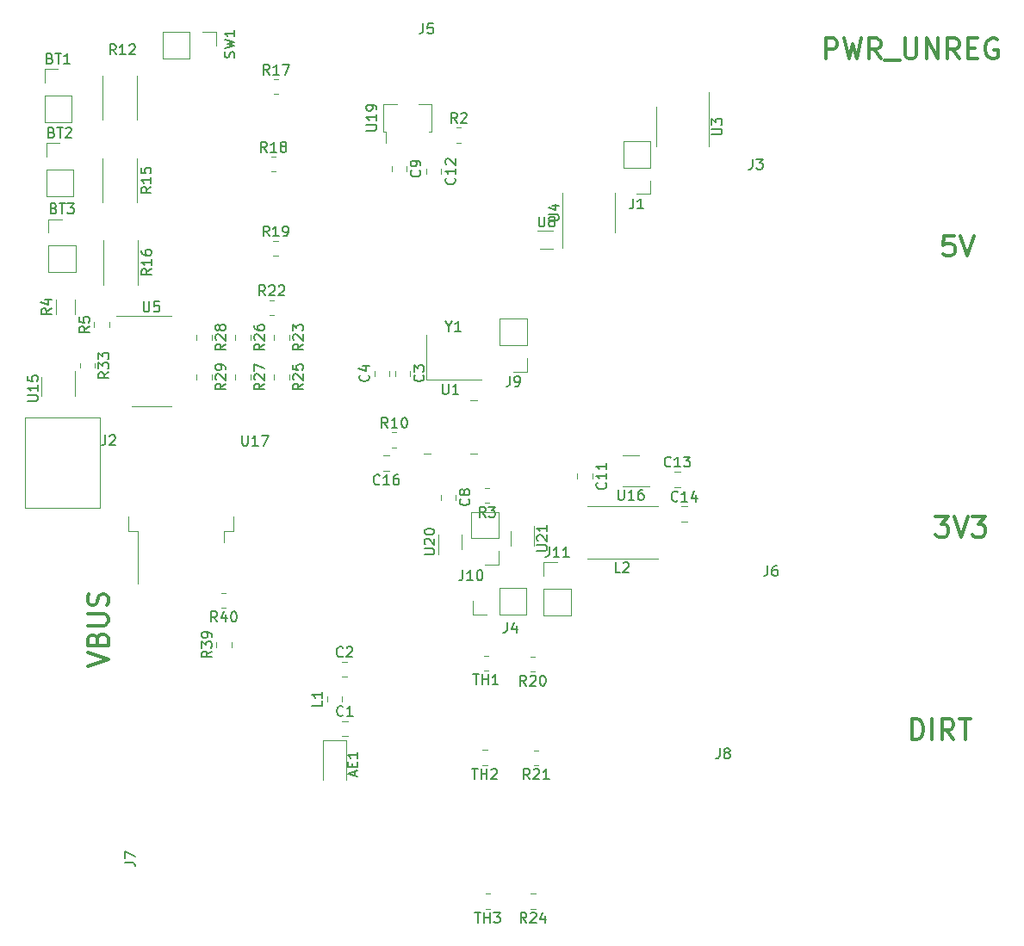
<source format=gbr>
%TF.GenerationSoftware,KiCad,Pcbnew,(6.0.2)*%
%TF.CreationDate,2022-04-25T03:39:25-07:00*%
%TF.ProjectId,schematic,73636865-6d61-4746-9963-2e6b69636164,rev?*%
%TF.SameCoordinates,Original*%
%TF.FileFunction,Legend,Top*%
%TF.FilePolarity,Positive*%
%FSLAX46Y46*%
G04 Gerber Fmt 4.6, Leading zero omitted, Abs format (unit mm)*
G04 Created by KiCad (PCBNEW (6.0.2)) date 2022-04-25 03:39:25*
%MOMM*%
%LPD*%
G01*
G04 APERTURE LIST*
%ADD10C,0.300000*%
%ADD11C,0.150000*%
%ADD12C,0.120000*%
G04 APERTURE END LIST*
D10*
X175492828Y-57089561D02*
X175492828Y-55089561D01*
X176254733Y-55089561D01*
X176445209Y-55184800D01*
X176540447Y-55280038D01*
X176635685Y-55470514D01*
X176635685Y-55756228D01*
X176540447Y-55946704D01*
X176445209Y-56041942D01*
X176254733Y-56137180D01*
X175492828Y-56137180D01*
X177302352Y-55089561D02*
X177778542Y-57089561D01*
X178159495Y-55660990D01*
X178540447Y-57089561D01*
X179016638Y-55089561D01*
X180921400Y-57089561D02*
X180254733Y-56137180D01*
X179778542Y-57089561D02*
X179778542Y-55089561D01*
X180540447Y-55089561D01*
X180730923Y-55184800D01*
X180826161Y-55280038D01*
X180921400Y-55470514D01*
X180921400Y-55756228D01*
X180826161Y-55946704D01*
X180730923Y-56041942D01*
X180540447Y-56137180D01*
X179778542Y-56137180D01*
X181302352Y-57280038D02*
X182826161Y-57280038D01*
X183302352Y-55089561D02*
X183302352Y-56708609D01*
X183397590Y-56899085D01*
X183492828Y-56994323D01*
X183683304Y-57089561D01*
X184064257Y-57089561D01*
X184254733Y-56994323D01*
X184349971Y-56899085D01*
X184445209Y-56708609D01*
X184445209Y-55089561D01*
X185397590Y-57089561D02*
X185397590Y-55089561D01*
X186540447Y-57089561D01*
X186540447Y-55089561D01*
X188635685Y-57089561D02*
X187969019Y-56137180D01*
X187492828Y-57089561D02*
X187492828Y-55089561D01*
X188254733Y-55089561D01*
X188445209Y-55184800D01*
X188540447Y-55280038D01*
X188635685Y-55470514D01*
X188635685Y-55756228D01*
X188540447Y-55946704D01*
X188445209Y-56041942D01*
X188254733Y-56137180D01*
X187492828Y-56137180D01*
X189492828Y-56041942D02*
X190159495Y-56041942D01*
X190445209Y-57089561D02*
X189492828Y-57089561D01*
X189492828Y-55089561D01*
X190445209Y-55089561D01*
X192349971Y-55184800D02*
X192159495Y-55089561D01*
X191873780Y-55089561D01*
X191588066Y-55184800D01*
X191397590Y-55375276D01*
X191302352Y-55565752D01*
X191207114Y-55946704D01*
X191207114Y-56232419D01*
X191302352Y-56613371D01*
X191397590Y-56803847D01*
X191588066Y-56994323D01*
X191873780Y-57089561D01*
X192064257Y-57089561D01*
X192349971Y-56994323D01*
X192445209Y-56899085D01*
X192445209Y-56232419D01*
X192064257Y-56232419D01*
X102968561Y-116848066D02*
X104968561Y-116181400D01*
X102968561Y-115514733D01*
X103920942Y-114181400D02*
X104016180Y-113895685D01*
X104111419Y-113800447D01*
X104301895Y-113705209D01*
X104587609Y-113705209D01*
X104778085Y-113800447D01*
X104873323Y-113895685D01*
X104968561Y-114086161D01*
X104968561Y-114848066D01*
X102968561Y-114848066D01*
X102968561Y-114181400D01*
X103063800Y-113990923D01*
X103159038Y-113895685D01*
X103349514Y-113800447D01*
X103539990Y-113800447D01*
X103730466Y-113895685D01*
X103825704Y-113990923D01*
X103920942Y-114181400D01*
X103920942Y-114848066D01*
X102968561Y-112848066D02*
X104587609Y-112848066D01*
X104778085Y-112752828D01*
X104873323Y-112657590D01*
X104968561Y-112467114D01*
X104968561Y-112086161D01*
X104873323Y-111895685D01*
X104778085Y-111800447D01*
X104587609Y-111705209D01*
X102968561Y-111705209D01*
X104873323Y-110848066D02*
X104968561Y-110562352D01*
X104968561Y-110086161D01*
X104873323Y-109895685D01*
X104778085Y-109800447D01*
X104587609Y-109705209D01*
X104397133Y-109705209D01*
X104206657Y-109800447D01*
X104111419Y-109895685D01*
X104016180Y-110086161D01*
X103920942Y-110467114D01*
X103825704Y-110657590D01*
X103730466Y-110752828D01*
X103539990Y-110848066D01*
X103349514Y-110848066D01*
X103159038Y-110752828D01*
X103063800Y-110657590D01*
X102968561Y-110467114D01*
X102968561Y-109990923D01*
X103063800Y-109705209D01*
X186322009Y-102130361D02*
X187560104Y-102130361D01*
X186893438Y-102892266D01*
X187179152Y-102892266D01*
X187369628Y-102987504D01*
X187464866Y-103082742D01*
X187560104Y-103273219D01*
X187560104Y-103749409D01*
X187464866Y-103939885D01*
X187369628Y-104035123D01*
X187179152Y-104130361D01*
X186607723Y-104130361D01*
X186417247Y-104035123D01*
X186322009Y-103939885D01*
X188131533Y-102130361D02*
X188798200Y-104130361D01*
X189464866Y-102130361D01*
X189941057Y-102130361D02*
X191179152Y-102130361D01*
X190512485Y-102892266D01*
X190798200Y-102892266D01*
X190988676Y-102987504D01*
X191083914Y-103082742D01*
X191179152Y-103273219D01*
X191179152Y-103749409D01*
X191083914Y-103939885D01*
X190988676Y-104035123D01*
X190798200Y-104130361D01*
X190226771Y-104130361D01*
X190036295Y-104035123D01*
X189941057Y-103939885D01*
X188112447Y-74495161D02*
X187160066Y-74495161D01*
X187064828Y-75447542D01*
X187160066Y-75352304D01*
X187350542Y-75257066D01*
X187826733Y-75257066D01*
X188017209Y-75352304D01*
X188112447Y-75447542D01*
X188207685Y-75638019D01*
X188207685Y-76114209D01*
X188112447Y-76304685D01*
X188017209Y-76399923D01*
X187826733Y-76495161D01*
X187350542Y-76495161D01*
X187160066Y-76399923D01*
X187064828Y-76304685D01*
X188779114Y-74495161D02*
X189445780Y-76495161D01*
X190112447Y-74495161D01*
X183978895Y-124043961D02*
X183978895Y-122043961D01*
X184455085Y-122043961D01*
X184740800Y-122139200D01*
X184931276Y-122329676D01*
X185026514Y-122520152D01*
X185121752Y-122901104D01*
X185121752Y-123186819D01*
X185026514Y-123567771D01*
X184931276Y-123758247D01*
X184740800Y-123948723D01*
X184455085Y-124043961D01*
X183978895Y-124043961D01*
X185978895Y-124043961D02*
X185978895Y-122043961D01*
X188074133Y-124043961D02*
X187407466Y-123091580D01*
X186931276Y-124043961D02*
X186931276Y-122043961D01*
X187693180Y-122043961D01*
X187883657Y-122139200D01*
X187978895Y-122234438D01*
X188074133Y-122424914D01*
X188074133Y-122710628D01*
X187978895Y-122901104D01*
X187883657Y-122996342D01*
X187693180Y-123091580D01*
X186931276Y-123091580D01*
X188645561Y-122043961D02*
X189788419Y-122043961D01*
X189216990Y-124043961D02*
X189216990Y-122043961D01*
D11*
%TO.C,J11*%
X148313876Y-105097780D02*
X148313876Y-105812066D01*
X148266257Y-105954923D01*
X148171019Y-106050161D01*
X148028161Y-106097780D01*
X147932923Y-106097780D01*
X149313876Y-106097780D02*
X148742447Y-106097780D01*
X149028161Y-106097780D02*
X149028161Y-105097780D01*
X148932923Y-105240638D01*
X148837685Y-105335876D01*
X148742447Y-105383495D01*
X150266257Y-106097780D02*
X149694828Y-106097780D01*
X149980542Y-106097780D02*
X149980542Y-105097780D01*
X149885304Y-105240638D01*
X149790066Y-105335876D01*
X149694828Y-105383495D01*
%TO.C,J10*%
X139830276Y-107402380D02*
X139830276Y-108116666D01*
X139782657Y-108259523D01*
X139687419Y-108354761D01*
X139544561Y-108402380D01*
X139449323Y-108402380D01*
X140830276Y-108402380D02*
X140258847Y-108402380D01*
X140544561Y-108402380D02*
X140544561Y-107402380D01*
X140449323Y-107545238D01*
X140354085Y-107640476D01*
X140258847Y-107688095D01*
X141449323Y-107402380D02*
X141544561Y-107402380D01*
X141639800Y-107450000D01*
X141687419Y-107497619D01*
X141735038Y-107592857D01*
X141782657Y-107783333D01*
X141782657Y-108021428D01*
X141735038Y-108211904D01*
X141687419Y-108307142D01*
X141639800Y-108354761D01*
X141544561Y-108402380D01*
X141449323Y-108402380D01*
X141354085Y-108354761D01*
X141306466Y-108307142D01*
X141258847Y-108211904D01*
X141211228Y-108021428D01*
X141211228Y-107783333D01*
X141258847Y-107592857D01*
X141306466Y-107497619D01*
X141354085Y-107450000D01*
X141449323Y-107402380D01*
%TO.C,J9*%
X144472066Y-88325180D02*
X144472066Y-89039466D01*
X144424447Y-89182323D01*
X144329209Y-89277561D01*
X144186352Y-89325180D01*
X144091114Y-89325180D01*
X144995876Y-89325180D02*
X145186352Y-89325180D01*
X145281590Y-89277561D01*
X145329209Y-89229942D01*
X145424447Y-89087085D01*
X145472066Y-88896609D01*
X145472066Y-88515657D01*
X145424447Y-88420419D01*
X145376828Y-88372800D01*
X145281590Y-88325180D01*
X145091114Y-88325180D01*
X144995876Y-88372800D01*
X144948257Y-88420419D01*
X144900638Y-88515657D01*
X144900638Y-88753752D01*
X144948257Y-88848990D01*
X144995876Y-88896609D01*
X145091114Y-88944228D01*
X145281590Y-88944228D01*
X145376828Y-88896609D01*
X145424447Y-88848990D01*
X145472066Y-88753752D01*
%TO.C,J4*%
X144192666Y-112558580D02*
X144192666Y-113272866D01*
X144145047Y-113415723D01*
X144049809Y-113510961D01*
X143906952Y-113558580D01*
X143811714Y-113558580D01*
X145097428Y-112891914D02*
X145097428Y-113558580D01*
X144859333Y-112510961D02*
X144621238Y-113225247D01*
X145240285Y-113225247D01*
%TO.C,AE1*%
X129219866Y-127635466D02*
X129219866Y-127159276D01*
X129505580Y-127730704D02*
X128505580Y-127397371D01*
X129505580Y-127064038D01*
X128981771Y-126730704D02*
X128981771Y-126397371D01*
X129505580Y-126254514D02*
X129505580Y-126730704D01*
X128505580Y-126730704D01*
X128505580Y-126254514D01*
X129505580Y-125302133D02*
X129505580Y-125873561D01*
X129505580Y-125587847D02*
X128505580Y-125587847D01*
X128648438Y-125683085D01*
X128743676Y-125778323D01*
X128791295Y-125873561D01*
%TO.C,C1*%
X128074033Y-121663942D02*
X128026414Y-121711561D01*
X127883557Y-121759180D01*
X127788319Y-121759180D01*
X127645461Y-121711561D01*
X127550223Y-121616323D01*
X127502604Y-121521085D01*
X127454985Y-121330609D01*
X127454985Y-121187752D01*
X127502604Y-120997276D01*
X127550223Y-120902038D01*
X127645461Y-120806800D01*
X127788319Y-120759180D01*
X127883557Y-120759180D01*
X128026414Y-120806800D01*
X128074033Y-120854419D01*
X129026414Y-121759180D02*
X128454985Y-121759180D01*
X128740700Y-121759180D02*
X128740700Y-120759180D01*
X128645461Y-120902038D01*
X128550223Y-120997276D01*
X128454985Y-121044895D01*
%TO.C,C2*%
X128048633Y-115847342D02*
X128001014Y-115894961D01*
X127858157Y-115942580D01*
X127762919Y-115942580D01*
X127620061Y-115894961D01*
X127524823Y-115799723D01*
X127477204Y-115704485D01*
X127429585Y-115514009D01*
X127429585Y-115371152D01*
X127477204Y-115180676D01*
X127524823Y-115085438D01*
X127620061Y-114990200D01*
X127762919Y-114942580D01*
X127858157Y-114942580D01*
X128001014Y-114990200D01*
X128048633Y-115037819D01*
X128429585Y-115037819D02*
X128477204Y-114990200D01*
X128572442Y-114942580D01*
X128810538Y-114942580D01*
X128905776Y-114990200D01*
X128953395Y-115037819D01*
X129001014Y-115133057D01*
X129001014Y-115228295D01*
X128953395Y-115371152D01*
X128381966Y-115942580D01*
X129001014Y-115942580D01*
%TO.C,L1*%
X126005580Y-120241466D02*
X126005580Y-120717657D01*
X125005580Y-120717657D01*
X126005580Y-119384323D02*
X126005580Y-119955752D01*
X126005580Y-119670038D02*
X125005580Y-119670038D01*
X125148438Y-119765276D01*
X125243676Y-119860514D01*
X125291295Y-119955752D01*
%TO.C,U21*%
X147121380Y-105505095D02*
X147930904Y-105505095D01*
X148026142Y-105457476D01*
X148073761Y-105409857D01*
X148121380Y-105314619D01*
X148121380Y-105124142D01*
X148073761Y-105028904D01*
X148026142Y-104981285D01*
X147930904Y-104933666D01*
X147121380Y-104933666D01*
X147216619Y-104505095D02*
X147169000Y-104457476D01*
X147121380Y-104362238D01*
X147121380Y-104124142D01*
X147169000Y-104028904D01*
X147216619Y-103981285D01*
X147311857Y-103933666D01*
X147407095Y-103933666D01*
X147549952Y-103981285D01*
X148121380Y-104552714D01*
X148121380Y-103933666D01*
X148121380Y-102981285D02*
X148121380Y-103552714D01*
X148121380Y-103267000D02*
X147121380Y-103267000D01*
X147264238Y-103362238D01*
X147359476Y-103457476D01*
X147407095Y-103552714D01*
%TO.C,U20*%
X136034780Y-105860695D02*
X136844304Y-105860695D01*
X136939542Y-105813076D01*
X136987161Y-105765457D01*
X137034780Y-105670219D01*
X137034780Y-105479742D01*
X136987161Y-105384504D01*
X136939542Y-105336885D01*
X136844304Y-105289266D01*
X136034780Y-105289266D01*
X136130019Y-104860695D02*
X136082400Y-104813076D01*
X136034780Y-104717838D01*
X136034780Y-104479742D01*
X136082400Y-104384504D01*
X136130019Y-104336885D01*
X136225257Y-104289266D01*
X136320495Y-104289266D01*
X136463352Y-104336885D01*
X137034780Y-104908314D01*
X137034780Y-104289266D01*
X136034780Y-103670219D02*
X136034780Y-103574980D01*
X136082400Y-103479742D01*
X136130019Y-103432123D01*
X136225257Y-103384504D01*
X136415733Y-103336885D01*
X136653828Y-103336885D01*
X136844304Y-103384504D01*
X136939542Y-103432123D01*
X136987161Y-103479742D01*
X137034780Y-103574980D01*
X137034780Y-103670219D01*
X136987161Y-103765457D01*
X136939542Y-103813076D01*
X136844304Y-103860695D01*
X136653828Y-103908314D01*
X136415733Y-103908314D01*
X136225257Y-103860695D01*
X136130019Y-103813076D01*
X136082400Y-103765457D01*
X136034780Y-103670219D01*
%TO.C,R10*%
X132453142Y-93391980D02*
X132119809Y-92915790D01*
X131881714Y-93391980D02*
X131881714Y-92391980D01*
X132262666Y-92391980D01*
X132357904Y-92439600D01*
X132405523Y-92487219D01*
X132453142Y-92582457D01*
X132453142Y-92725314D01*
X132405523Y-92820552D01*
X132357904Y-92868171D01*
X132262666Y-92915790D01*
X131881714Y-92915790D01*
X133405523Y-93391980D02*
X132834095Y-93391980D01*
X133119809Y-93391980D02*
X133119809Y-92391980D01*
X133024571Y-92534838D01*
X132929333Y-92630076D01*
X132834095Y-92677695D01*
X134024571Y-92391980D02*
X134119809Y-92391980D01*
X134215047Y-92439600D01*
X134262666Y-92487219D01*
X134310285Y-92582457D01*
X134357904Y-92772933D01*
X134357904Y-93011028D01*
X134310285Y-93201504D01*
X134262666Y-93296742D01*
X134215047Y-93344361D01*
X134119809Y-93391980D01*
X134024571Y-93391980D01*
X133929333Y-93344361D01*
X133881714Y-93296742D01*
X133834095Y-93201504D01*
X133786476Y-93011028D01*
X133786476Y-92772933D01*
X133834095Y-92582457D01*
X133881714Y-92487219D01*
X133929333Y-92439600D01*
X134024571Y-92391980D01*
%TO.C,C16*%
X131669642Y-98912742D02*
X131622023Y-98960361D01*
X131479166Y-99007980D01*
X131383928Y-99007980D01*
X131241071Y-98960361D01*
X131145833Y-98865123D01*
X131098214Y-98769885D01*
X131050595Y-98579409D01*
X131050595Y-98436552D01*
X131098214Y-98246076D01*
X131145833Y-98150838D01*
X131241071Y-98055600D01*
X131383928Y-98007980D01*
X131479166Y-98007980D01*
X131622023Y-98055600D01*
X131669642Y-98103219D01*
X132622023Y-99007980D02*
X132050595Y-99007980D01*
X132336309Y-99007980D02*
X132336309Y-98007980D01*
X132241071Y-98150838D01*
X132145833Y-98246076D01*
X132050595Y-98293695D01*
X133479166Y-98007980D02*
X133288690Y-98007980D01*
X133193452Y-98055600D01*
X133145833Y-98103219D01*
X133050595Y-98246076D01*
X133002976Y-98436552D01*
X133002976Y-98817504D01*
X133050595Y-98912742D01*
X133098214Y-98960361D01*
X133193452Y-99007980D01*
X133383928Y-99007980D01*
X133479166Y-98960361D01*
X133526785Y-98912742D01*
X133574404Y-98817504D01*
X133574404Y-98579409D01*
X133526785Y-98484171D01*
X133479166Y-98436552D01*
X133383928Y-98388933D01*
X133193452Y-98388933D01*
X133098214Y-98436552D01*
X133050595Y-98484171D01*
X133002976Y-98579409D01*
%TO.C,U3*%
X164294780Y-64566704D02*
X165104304Y-64566704D01*
X165199542Y-64519085D01*
X165247161Y-64471466D01*
X165294780Y-64376228D01*
X165294780Y-64185752D01*
X165247161Y-64090514D01*
X165199542Y-64042895D01*
X165104304Y-63995276D01*
X164294780Y-63995276D01*
X164294780Y-63614323D02*
X164294780Y-62995276D01*
X164675733Y-63328609D01*
X164675733Y-63185752D01*
X164723352Y-63090514D01*
X164770971Y-63042895D01*
X164866209Y-62995276D01*
X165104304Y-62995276D01*
X165199542Y-63042895D01*
X165247161Y-63090514D01*
X165294780Y-63185752D01*
X165294780Y-63471466D01*
X165247161Y-63566704D01*
X165199542Y-63614323D01*
%TO.C,R2*%
X139263333Y-63419980D02*
X138930000Y-62943790D01*
X138691904Y-63419980D02*
X138691904Y-62419980D01*
X139072857Y-62419980D01*
X139168095Y-62467600D01*
X139215714Y-62515219D01*
X139263333Y-62610457D01*
X139263333Y-62753314D01*
X139215714Y-62848552D01*
X139168095Y-62896171D01*
X139072857Y-62943790D01*
X138691904Y-62943790D01*
X139644285Y-62515219D02*
X139691904Y-62467600D01*
X139787142Y-62419980D01*
X140025238Y-62419980D01*
X140120476Y-62467600D01*
X140168095Y-62515219D01*
X140215714Y-62610457D01*
X140215714Y-62705695D01*
X140168095Y-62848552D01*
X139596666Y-63419980D01*
X140215714Y-63419980D01*
%TO.C,U16*%
X155109504Y-99489980D02*
X155109504Y-100299504D01*
X155157123Y-100394742D01*
X155204742Y-100442361D01*
X155299980Y-100489980D01*
X155490457Y-100489980D01*
X155585695Y-100442361D01*
X155633314Y-100394742D01*
X155680933Y-100299504D01*
X155680933Y-99489980D01*
X156680933Y-100489980D02*
X156109504Y-100489980D01*
X156395219Y-100489980D02*
X156395219Y-99489980D01*
X156299980Y-99632838D01*
X156204742Y-99728076D01*
X156109504Y-99775695D01*
X157538076Y-99489980D02*
X157347600Y-99489980D01*
X157252361Y-99537600D01*
X157204742Y-99585219D01*
X157109504Y-99728076D01*
X157061885Y-99918552D01*
X157061885Y-100299504D01*
X157109504Y-100394742D01*
X157157123Y-100442361D01*
X157252361Y-100489980D01*
X157442838Y-100489980D01*
X157538076Y-100442361D01*
X157585695Y-100394742D01*
X157633314Y-100299504D01*
X157633314Y-100061409D01*
X157585695Y-99966171D01*
X157538076Y-99918552D01*
X157442838Y-99870933D01*
X157252361Y-99870933D01*
X157157123Y-99918552D01*
X157109504Y-99966171D01*
X157061885Y-100061409D01*
%TO.C,U19*%
X130343780Y-64158695D02*
X131153304Y-64158695D01*
X131248542Y-64111076D01*
X131296161Y-64063457D01*
X131343780Y-63968219D01*
X131343780Y-63777742D01*
X131296161Y-63682504D01*
X131248542Y-63634885D01*
X131153304Y-63587266D01*
X130343780Y-63587266D01*
X131343780Y-62587266D02*
X131343780Y-63158695D01*
X131343780Y-62872980D02*
X130343780Y-62872980D01*
X130486638Y-62968219D01*
X130581876Y-63063457D01*
X130629495Y-63158695D01*
X131343780Y-62111076D02*
X131343780Y-61920600D01*
X131296161Y-61825361D01*
X131248542Y-61777742D01*
X131105685Y-61682504D01*
X130915209Y-61634885D01*
X130534257Y-61634885D01*
X130439019Y-61682504D01*
X130391400Y-61730123D01*
X130343780Y-61825361D01*
X130343780Y-62015838D01*
X130391400Y-62111076D01*
X130439019Y-62158695D01*
X130534257Y-62206314D01*
X130772352Y-62206314D01*
X130867590Y-62158695D01*
X130915209Y-62111076D01*
X130962828Y-62015838D01*
X130962828Y-61825361D01*
X130915209Y-61730123D01*
X130867590Y-61682504D01*
X130772352Y-61634885D01*
%TO.C,C13*%
X160276742Y-97152942D02*
X160229123Y-97200561D01*
X160086266Y-97248180D01*
X159991028Y-97248180D01*
X159848171Y-97200561D01*
X159752933Y-97105323D01*
X159705314Y-97010085D01*
X159657695Y-96819609D01*
X159657695Y-96676752D01*
X159705314Y-96486276D01*
X159752933Y-96391038D01*
X159848171Y-96295800D01*
X159991028Y-96248180D01*
X160086266Y-96248180D01*
X160229123Y-96295800D01*
X160276742Y-96343419D01*
X161229123Y-97248180D02*
X160657695Y-97248180D01*
X160943409Y-97248180D02*
X160943409Y-96248180D01*
X160848171Y-96391038D01*
X160752933Y-96486276D01*
X160657695Y-96533895D01*
X161562457Y-96248180D02*
X162181504Y-96248180D01*
X161848171Y-96629133D01*
X161991028Y-96629133D01*
X162086266Y-96676752D01*
X162133885Y-96724371D01*
X162181504Y-96819609D01*
X162181504Y-97057704D01*
X162133885Y-97152942D01*
X162086266Y-97200561D01*
X161991028Y-97248180D01*
X161705314Y-97248180D01*
X161610076Y-97200561D01*
X161562457Y-97152942D01*
%TO.C,C12*%
X139019342Y-68837957D02*
X139066961Y-68885576D01*
X139114580Y-69028433D01*
X139114580Y-69123671D01*
X139066961Y-69266528D01*
X138971723Y-69361766D01*
X138876485Y-69409385D01*
X138686009Y-69457004D01*
X138543152Y-69457004D01*
X138352676Y-69409385D01*
X138257438Y-69361766D01*
X138162200Y-69266528D01*
X138114580Y-69123671D01*
X138114580Y-69028433D01*
X138162200Y-68885576D01*
X138209819Y-68837957D01*
X139114580Y-67885576D02*
X139114580Y-68457004D01*
X139114580Y-68171290D02*
X138114580Y-68171290D01*
X138257438Y-68266528D01*
X138352676Y-68361766D01*
X138400295Y-68457004D01*
X138209819Y-67504623D02*
X138162200Y-67457004D01*
X138114580Y-67361766D01*
X138114580Y-67123671D01*
X138162200Y-67028433D01*
X138209819Y-66980814D01*
X138305057Y-66933195D01*
X138400295Y-66933195D01*
X138543152Y-66980814D01*
X139114580Y-67552242D01*
X139114580Y-66933195D01*
%TO.C,R39*%
X115159780Y-115374657D02*
X114683590Y-115707990D01*
X115159780Y-115946085D02*
X114159780Y-115946085D01*
X114159780Y-115565133D01*
X114207400Y-115469895D01*
X114255019Y-115422276D01*
X114350257Y-115374657D01*
X114493114Y-115374657D01*
X114588352Y-115422276D01*
X114635971Y-115469895D01*
X114683590Y-115565133D01*
X114683590Y-115946085D01*
X114159780Y-115041323D02*
X114159780Y-114422276D01*
X114540733Y-114755609D01*
X114540733Y-114612752D01*
X114588352Y-114517514D01*
X114635971Y-114469895D01*
X114731209Y-114422276D01*
X114969304Y-114422276D01*
X115064542Y-114469895D01*
X115112161Y-114517514D01*
X115159780Y-114612752D01*
X115159780Y-114898466D01*
X115112161Y-114993704D01*
X115064542Y-115041323D01*
X115159780Y-113946085D02*
X115159780Y-113755609D01*
X115112161Y-113660371D01*
X115064542Y-113612752D01*
X114921685Y-113517514D01*
X114731209Y-113469895D01*
X114350257Y-113469895D01*
X114255019Y-113517514D01*
X114207400Y-113565133D01*
X114159780Y-113660371D01*
X114159780Y-113850847D01*
X114207400Y-113946085D01*
X114255019Y-113993704D01*
X114350257Y-114041323D01*
X114588352Y-114041323D01*
X114683590Y-113993704D01*
X114731209Y-113946085D01*
X114778828Y-113850847D01*
X114778828Y-113660371D01*
X114731209Y-113565133D01*
X114683590Y-113517514D01*
X114588352Y-113469895D01*
%TO.C,R26*%
X120307580Y-85155857D02*
X119831390Y-85489190D01*
X120307580Y-85727285D02*
X119307580Y-85727285D01*
X119307580Y-85346333D01*
X119355200Y-85251095D01*
X119402819Y-85203476D01*
X119498057Y-85155857D01*
X119640914Y-85155857D01*
X119736152Y-85203476D01*
X119783771Y-85251095D01*
X119831390Y-85346333D01*
X119831390Y-85727285D01*
X119402819Y-84774904D02*
X119355200Y-84727285D01*
X119307580Y-84632047D01*
X119307580Y-84393952D01*
X119355200Y-84298714D01*
X119402819Y-84251095D01*
X119498057Y-84203476D01*
X119593295Y-84203476D01*
X119736152Y-84251095D01*
X120307580Y-84822523D01*
X120307580Y-84203476D01*
X119307580Y-83346333D02*
X119307580Y-83536809D01*
X119355200Y-83632047D01*
X119402819Y-83679666D01*
X119545676Y-83774904D01*
X119736152Y-83822523D01*
X120117104Y-83822523D01*
X120212342Y-83774904D01*
X120259961Y-83727285D01*
X120307580Y-83632047D01*
X120307580Y-83441571D01*
X120259961Y-83346333D01*
X120212342Y-83298714D01*
X120117104Y-83251095D01*
X119879009Y-83251095D01*
X119783771Y-83298714D01*
X119736152Y-83346333D01*
X119688533Y-83441571D01*
X119688533Y-83632047D01*
X119736152Y-83727285D01*
X119783771Y-83774904D01*
X119879009Y-83822523D01*
%TO.C,L2*%
X155317333Y-107640380D02*
X154841142Y-107640380D01*
X154841142Y-106640380D01*
X155603047Y-106735619D02*
X155650666Y-106688000D01*
X155745904Y-106640380D01*
X155984000Y-106640380D01*
X156079238Y-106688000D01*
X156126857Y-106735619D01*
X156174476Y-106830857D01*
X156174476Y-106926095D01*
X156126857Y-107068952D01*
X155555428Y-107640380D01*
X156174476Y-107640380D01*
%TO.C,U15*%
X97064580Y-90773095D02*
X97874104Y-90773095D01*
X97969342Y-90725476D01*
X98016961Y-90677857D01*
X98064580Y-90582619D01*
X98064580Y-90392142D01*
X98016961Y-90296904D01*
X97969342Y-90249285D01*
X97874104Y-90201666D01*
X97064580Y-90201666D01*
X98064580Y-89201666D02*
X98064580Y-89773095D01*
X98064580Y-89487380D02*
X97064580Y-89487380D01*
X97207438Y-89582619D01*
X97302676Y-89677857D01*
X97350295Y-89773095D01*
X97064580Y-88296904D02*
X97064580Y-88773095D01*
X97540771Y-88820714D01*
X97493152Y-88773095D01*
X97445533Y-88677857D01*
X97445533Y-88439761D01*
X97493152Y-88344523D01*
X97540771Y-88296904D01*
X97636009Y-88249285D01*
X97874104Y-88249285D01*
X97969342Y-88296904D01*
X98016961Y-88344523D01*
X98064580Y-88439761D01*
X98064580Y-88677857D01*
X98016961Y-88773095D01*
X97969342Y-88820714D01*
%TO.C,R3*%
X142047933Y-102178380D02*
X141714600Y-101702190D01*
X141476504Y-102178380D02*
X141476504Y-101178380D01*
X141857457Y-101178380D01*
X141952695Y-101226000D01*
X142000314Y-101273619D01*
X142047933Y-101368857D01*
X142047933Y-101511714D01*
X142000314Y-101606952D01*
X141952695Y-101654571D01*
X141857457Y-101702190D01*
X141476504Y-101702190D01*
X142381266Y-101178380D02*
X143000314Y-101178380D01*
X142666980Y-101559333D01*
X142809838Y-101559333D01*
X142905076Y-101606952D01*
X142952695Y-101654571D01*
X143000314Y-101749809D01*
X143000314Y-101987904D01*
X142952695Y-102083142D01*
X142905076Y-102130761D01*
X142809838Y-102178380D01*
X142524123Y-102178380D01*
X142428885Y-102130761D01*
X142381266Y-102083142D01*
%TO.C,C3*%
X135934342Y-88203766D02*
X135981961Y-88251385D01*
X136029580Y-88394242D01*
X136029580Y-88489480D01*
X135981961Y-88632338D01*
X135886723Y-88727576D01*
X135791485Y-88775195D01*
X135601009Y-88822814D01*
X135458152Y-88822814D01*
X135267676Y-88775195D01*
X135172438Y-88727576D01*
X135077200Y-88632338D01*
X135029580Y-88489480D01*
X135029580Y-88394242D01*
X135077200Y-88251385D01*
X135124819Y-88203766D01*
X135029580Y-87870433D02*
X135029580Y-87251385D01*
X135410533Y-87584719D01*
X135410533Y-87441861D01*
X135458152Y-87346623D01*
X135505771Y-87299004D01*
X135601009Y-87251385D01*
X135839104Y-87251385D01*
X135934342Y-87299004D01*
X135981961Y-87346623D01*
X136029580Y-87441861D01*
X136029580Y-87727576D01*
X135981961Y-87822814D01*
X135934342Y-87870433D01*
%TO.C,R25*%
X124117580Y-89060857D02*
X123641390Y-89394190D01*
X124117580Y-89632285D02*
X123117580Y-89632285D01*
X123117580Y-89251333D01*
X123165200Y-89156095D01*
X123212819Y-89108476D01*
X123308057Y-89060857D01*
X123450914Y-89060857D01*
X123546152Y-89108476D01*
X123593771Y-89156095D01*
X123641390Y-89251333D01*
X123641390Y-89632285D01*
X123212819Y-88679904D02*
X123165200Y-88632285D01*
X123117580Y-88537047D01*
X123117580Y-88298952D01*
X123165200Y-88203714D01*
X123212819Y-88156095D01*
X123308057Y-88108476D01*
X123403295Y-88108476D01*
X123546152Y-88156095D01*
X124117580Y-88727523D01*
X124117580Y-88108476D01*
X123117580Y-87203714D02*
X123117580Y-87679904D01*
X123593771Y-87727523D01*
X123546152Y-87679904D01*
X123498533Y-87584666D01*
X123498533Y-87346571D01*
X123546152Y-87251333D01*
X123593771Y-87203714D01*
X123689009Y-87156095D01*
X123927104Y-87156095D01*
X124022342Y-87203714D01*
X124069961Y-87251333D01*
X124117580Y-87346571D01*
X124117580Y-87584666D01*
X124069961Y-87679904D01*
X124022342Y-87727523D01*
%TO.C,J3*%
X168322666Y-66965580D02*
X168322666Y-67679866D01*
X168275047Y-67822723D01*
X168179809Y-67917961D01*
X168036952Y-67965580D01*
X167941714Y-67965580D01*
X168703619Y-66965580D02*
X169322666Y-66965580D01*
X168989333Y-67346533D01*
X169132190Y-67346533D01*
X169227428Y-67394152D01*
X169275047Y-67441771D01*
X169322666Y-67537009D01*
X169322666Y-67775104D01*
X169275047Y-67870342D01*
X169227428Y-67917961D01*
X169132190Y-67965580D01*
X168846476Y-67965580D01*
X168751238Y-67917961D01*
X168703619Y-67870342D01*
%TO.C,SW1*%
X117358561Y-56990133D02*
X117406180Y-56847276D01*
X117406180Y-56609180D01*
X117358561Y-56513942D01*
X117310942Y-56466323D01*
X117215704Y-56418704D01*
X117120466Y-56418704D01*
X117025228Y-56466323D01*
X116977609Y-56513942D01*
X116929990Y-56609180D01*
X116882371Y-56799657D01*
X116834752Y-56894895D01*
X116787133Y-56942514D01*
X116691895Y-56990133D01*
X116596657Y-56990133D01*
X116501419Y-56942514D01*
X116453800Y-56894895D01*
X116406180Y-56799657D01*
X116406180Y-56561561D01*
X116453800Y-56418704D01*
X116406180Y-56085371D02*
X117406180Y-55847276D01*
X116691895Y-55656800D01*
X117406180Y-55466323D01*
X116406180Y-55228228D01*
X117406180Y-54323466D02*
X117406180Y-54894895D01*
X117406180Y-54609180D02*
X116406180Y-54609180D01*
X116549038Y-54704419D01*
X116644276Y-54799657D01*
X116691895Y-54894895D01*
%TO.C,R17*%
X120822942Y-58661380D02*
X120489609Y-58185190D01*
X120251514Y-58661380D02*
X120251514Y-57661380D01*
X120632466Y-57661380D01*
X120727704Y-57709000D01*
X120775323Y-57756619D01*
X120822942Y-57851857D01*
X120822942Y-57994714D01*
X120775323Y-58089952D01*
X120727704Y-58137571D01*
X120632466Y-58185190D01*
X120251514Y-58185190D01*
X121775323Y-58661380D02*
X121203895Y-58661380D01*
X121489609Y-58661380D02*
X121489609Y-57661380D01*
X121394371Y-57804238D01*
X121299133Y-57899476D01*
X121203895Y-57947095D01*
X122108657Y-57661380D02*
X122775323Y-57661380D01*
X122346752Y-58661380D01*
%TO.C,BT2*%
X99410885Y-64340971D02*
X99553742Y-64388590D01*
X99601361Y-64436209D01*
X99648980Y-64531447D01*
X99648980Y-64674304D01*
X99601361Y-64769542D01*
X99553742Y-64817161D01*
X99458504Y-64864780D01*
X99077552Y-64864780D01*
X99077552Y-63864780D01*
X99410885Y-63864780D01*
X99506123Y-63912400D01*
X99553742Y-63960019D01*
X99601361Y-64055257D01*
X99601361Y-64150495D01*
X99553742Y-64245733D01*
X99506123Y-64293352D01*
X99410885Y-64340971D01*
X99077552Y-64340971D01*
X99934695Y-63864780D02*
X100506123Y-63864780D01*
X100220409Y-64864780D02*
X100220409Y-63864780D01*
X100791838Y-63960019D02*
X100839457Y-63912400D01*
X100934695Y-63864780D01*
X101172790Y-63864780D01*
X101268028Y-63912400D01*
X101315647Y-63960019D01*
X101363266Y-64055257D01*
X101363266Y-64150495D01*
X101315647Y-64293352D01*
X100744219Y-64864780D01*
X101363266Y-64864780D01*
%TO.C,J6*%
X169802066Y-106970580D02*
X169802066Y-107684866D01*
X169754447Y-107827723D01*
X169659209Y-107922961D01*
X169516352Y-107970580D01*
X169421114Y-107970580D01*
X170706828Y-106970580D02*
X170516352Y-106970580D01*
X170421114Y-107018200D01*
X170373495Y-107065819D01*
X170278257Y-107208676D01*
X170230638Y-107399152D01*
X170230638Y-107780104D01*
X170278257Y-107875342D01*
X170325876Y-107922961D01*
X170421114Y-107970580D01*
X170611590Y-107970580D01*
X170706828Y-107922961D01*
X170754447Y-107875342D01*
X170802066Y-107780104D01*
X170802066Y-107542009D01*
X170754447Y-107446771D01*
X170706828Y-107399152D01*
X170611590Y-107351533D01*
X170421114Y-107351533D01*
X170325876Y-107399152D01*
X170278257Y-107446771D01*
X170230638Y-107542009D01*
%TO.C,R20*%
X146067542Y-118764580D02*
X145734209Y-118288390D01*
X145496114Y-118764580D02*
X145496114Y-117764580D01*
X145877066Y-117764580D01*
X145972304Y-117812200D01*
X146019923Y-117859819D01*
X146067542Y-117955057D01*
X146067542Y-118097914D01*
X146019923Y-118193152D01*
X145972304Y-118240771D01*
X145877066Y-118288390D01*
X145496114Y-118288390D01*
X146448495Y-117859819D02*
X146496114Y-117812200D01*
X146591352Y-117764580D01*
X146829447Y-117764580D01*
X146924685Y-117812200D01*
X146972304Y-117859819D01*
X147019923Y-117955057D01*
X147019923Y-118050295D01*
X146972304Y-118193152D01*
X146400876Y-118764580D01*
X147019923Y-118764580D01*
X147638971Y-117764580D02*
X147734209Y-117764580D01*
X147829447Y-117812200D01*
X147877066Y-117859819D01*
X147924685Y-117955057D01*
X147972304Y-118145533D01*
X147972304Y-118383628D01*
X147924685Y-118574104D01*
X147877066Y-118669342D01*
X147829447Y-118716961D01*
X147734209Y-118764580D01*
X147638971Y-118764580D01*
X147543733Y-118716961D01*
X147496114Y-118669342D01*
X147448495Y-118574104D01*
X147400876Y-118383628D01*
X147400876Y-118145533D01*
X147448495Y-117955057D01*
X147496114Y-117859819D01*
X147543733Y-117812200D01*
X147638971Y-117764580D01*
%TO.C,J2*%
X104670266Y-94118180D02*
X104670266Y-94832466D01*
X104622647Y-94975323D01*
X104527409Y-95070561D01*
X104384552Y-95118180D01*
X104289314Y-95118180D01*
X105098838Y-94213419D02*
X105146457Y-94165800D01*
X105241695Y-94118180D01*
X105479790Y-94118180D01*
X105575028Y-94165800D01*
X105622647Y-94213419D01*
X105670266Y-94308657D01*
X105670266Y-94403895D01*
X105622647Y-94546752D01*
X105051219Y-95118180D01*
X105670266Y-95118180D01*
%TO.C,R18*%
X120568942Y-66281380D02*
X120235609Y-65805190D01*
X119997514Y-66281380D02*
X119997514Y-65281380D01*
X120378466Y-65281380D01*
X120473704Y-65329000D01*
X120521323Y-65376619D01*
X120568942Y-65471857D01*
X120568942Y-65614714D01*
X120521323Y-65709952D01*
X120473704Y-65757571D01*
X120378466Y-65805190D01*
X119997514Y-65805190D01*
X121521323Y-66281380D02*
X120949895Y-66281380D01*
X121235609Y-66281380D02*
X121235609Y-65281380D01*
X121140371Y-65424238D01*
X121045133Y-65519476D01*
X120949895Y-65567095D01*
X122092752Y-65709952D02*
X121997514Y-65662333D01*
X121949895Y-65614714D01*
X121902276Y-65519476D01*
X121902276Y-65471857D01*
X121949895Y-65376619D01*
X121997514Y-65329000D01*
X122092752Y-65281380D01*
X122283228Y-65281380D01*
X122378466Y-65329000D01*
X122426085Y-65376619D01*
X122473704Y-65471857D01*
X122473704Y-65519476D01*
X122426085Y-65614714D01*
X122378466Y-65662333D01*
X122283228Y-65709952D01*
X122092752Y-65709952D01*
X121997514Y-65757571D01*
X121949895Y-65805190D01*
X121902276Y-65900428D01*
X121902276Y-66090904D01*
X121949895Y-66186142D01*
X121997514Y-66233761D01*
X122092752Y-66281380D01*
X122283228Y-66281380D01*
X122378466Y-66233761D01*
X122426085Y-66186142D01*
X122473704Y-66090904D01*
X122473704Y-65900428D01*
X122426085Y-65805190D01*
X122378466Y-65757571D01*
X122283228Y-65709952D01*
%TO.C,R40*%
X115689142Y-112465380D02*
X115355809Y-111989190D01*
X115117714Y-112465380D02*
X115117714Y-111465380D01*
X115498666Y-111465380D01*
X115593904Y-111513000D01*
X115641523Y-111560619D01*
X115689142Y-111655857D01*
X115689142Y-111798714D01*
X115641523Y-111893952D01*
X115593904Y-111941571D01*
X115498666Y-111989190D01*
X115117714Y-111989190D01*
X116546285Y-111798714D02*
X116546285Y-112465380D01*
X116308190Y-111417761D02*
X116070095Y-112132047D01*
X116689142Y-112132047D01*
X117260571Y-111465380D02*
X117355809Y-111465380D01*
X117451047Y-111513000D01*
X117498666Y-111560619D01*
X117546285Y-111655857D01*
X117593904Y-111846333D01*
X117593904Y-112084428D01*
X117546285Y-112274904D01*
X117498666Y-112370142D01*
X117451047Y-112417761D01*
X117355809Y-112465380D01*
X117260571Y-112465380D01*
X117165333Y-112417761D01*
X117117714Y-112370142D01*
X117070095Y-112274904D01*
X117022476Y-112084428D01*
X117022476Y-111846333D01*
X117070095Y-111655857D01*
X117117714Y-111560619D01*
X117165333Y-111513000D01*
X117260571Y-111465380D01*
%TO.C,Y1*%
X138448009Y-83426790D02*
X138448009Y-83902980D01*
X138114676Y-82902980D02*
X138448009Y-83426790D01*
X138781342Y-82902980D01*
X139638485Y-83902980D02*
X139067057Y-83902980D01*
X139352771Y-83902980D02*
X139352771Y-82902980D01*
X139257533Y-83045838D01*
X139162295Y-83141076D01*
X139067057Y-83188695D01*
%TO.C,BT3*%
X99639485Y-71808571D02*
X99782342Y-71856190D01*
X99829961Y-71903809D01*
X99877580Y-71999047D01*
X99877580Y-72141904D01*
X99829961Y-72237142D01*
X99782342Y-72284761D01*
X99687104Y-72332380D01*
X99306152Y-72332380D01*
X99306152Y-71332380D01*
X99639485Y-71332380D01*
X99734723Y-71380000D01*
X99782342Y-71427619D01*
X99829961Y-71522857D01*
X99829961Y-71618095D01*
X99782342Y-71713333D01*
X99734723Y-71760952D01*
X99639485Y-71808571D01*
X99306152Y-71808571D01*
X100163295Y-71332380D02*
X100734723Y-71332380D01*
X100449009Y-72332380D02*
X100449009Y-71332380D01*
X100972819Y-71332380D02*
X101591866Y-71332380D01*
X101258533Y-71713333D01*
X101401390Y-71713333D01*
X101496628Y-71760952D01*
X101544247Y-71808571D01*
X101591866Y-71903809D01*
X101591866Y-72141904D01*
X101544247Y-72237142D01*
X101496628Y-72284761D01*
X101401390Y-72332380D01*
X101115676Y-72332380D01*
X101020438Y-72284761D01*
X100972819Y-72237142D01*
%TO.C,R19*%
X120797542Y-74561780D02*
X120464209Y-74085590D01*
X120226114Y-74561780D02*
X120226114Y-73561780D01*
X120607066Y-73561780D01*
X120702304Y-73609400D01*
X120749923Y-73657019D01*
X120797542Y-73752257D01*
X120797542Y-73895114D01*
X120749923Y-73990352D01*
X120702304Y-74037971D01*
X120607066Y-74085590D01*
X120226114Y-74085590D01*
X121749923Y-74561780D02*
X121178495Y-74561780D01*
X121464209Y-74561780D02*
X121464209Y-73561780D01*
X121368971Y-73704638D01*
X121273733Y-73799876D01*
X121178495Y-73847495D01*
X122226114Y-74561780D02*
X122416590Y-74561780D01*
X122511828Y-74514161D01*
X122559447Y-74466542D01*
X122654685Y-74323685D01*
X122702304Y-74133209D01*
X122702304Y-73752257D01*
X122654685Y-73657019D01*
X122607066Y-73609400D01*
X122511828Y-73561780D01*
X122321352Y-73561780D01*
X122226114Y-73609400D01*
X122178495Y-73657019D01*
X122130876Y-73752257D01*
X122130876Y-73990352D01*
X122178495Y-74085590D01*
X122226114Y-74133209D01*
X122321352Y-74180828D01*
X122511828Y-74180828D01*
X122607066Y-74133209D01*
X122654685Y-74085590D01*
X122702304Y-73990352D01*
%TO.C,U17*%
X118141904Y-94143580D02*
X118141904Y-94953104D01*
X118189523Y-95048342D01*
X118237142Y-95095961D01*
X118332380Y-95143580D01*
X118522857Y-95143580D01*
X118618095Y-95095961D01*
X118665714Y-95048342D01*
X118713333Y-94953104D01*
X118713333Y-94143580D01*
X119713333Y-95143580D02*
X119141904Y-95143580D01*
X119427619Y-95143580D02*
X119427619Y-94143580D01*
X119332380Y-94286438D01*
X119237142Y-94381676D01*
X119141904Y-94429295D01*
X120046666Y-94143580D02*
X120713333Y-94143580D01*
X120284761Y-95143580D01*
%TO.C,U1*%
X137834295Y-89084980D02*
X137834295Y-89894504D01*
X137881914Y-89989742D01*
X137929533Y-90037361D01*
X138024771Y-90084980D01*
X138215247Y-90084980D01*
X138310485Y-90037361D01*
X138358104Y-89989742D01*
X138405723Y-89894504D01*
X138405723Y-89084980D01*
X139405723Y-90084980D02*
X138834295Y-90084980D01*
X139120009Y-90084980D02*
X139120009Y-89084980D01*
X139024771Y-89227838D01*
X138929533Y-89323076D01*
X138834295Y-89370695D01*
%TO.C,TH1*%
X140827285Y-117637580D02*
X141398714Y-117637580D01*
X141113000Y-118637580D02*
X141113000Y-117637580D01*
X141732047Y-118637580D02*
X141732047Y-117637580D01*
X141732047Y-118113771D02*
X142303476Y-118113771D01*
X142303476Y-118637580D02*
X142303476Y-117637580D01*
X143303476Y-118637580D02*
X142732047Y-118637580D01*
X143017761Y-118637580D02*
X143017761Y-117637580D01*
X142922523Y-117780438D01*
X142827285Y-117875676D01*
X142732047Y-117923295D01*
%TO.C,J7*%
X106614980Y-136146133D02*
X107329266Y-136146133D01*
X107472123Y-136193752D01*
X107567361Y-136288990D01*
X107614980Y-136431847D01*
X107614980Y-136527085D01*
X106614980Y-135765180D02*
X106614980Y-135098514D01*
X107614980Y-135527085D01*
%TO.C,R4*%
X99387780Y-81667066D02*
X98911590Y-82000400D01*
X99387780Y-82238495D02*
X98387780Y-82238495D01*
X98387780Y-81857542D01*
X98435400Y-81762304D01*
X98483019Y-81714685D01*
X98578257Y-81667066D01*
X98721114Y-81667066D01*
X98816352Y-81714685D01*
X98863971Y-81762304D01*
X98911590Y-81857542D01*
X98911590Y-82238495D01*
X98721114Y-80809923D02*
X99387780Y-80809923D01*
X98340161Y-81048019D02*
X99054447Y-81286114D01*
X99054447Y-80667066D01*
%TO.C,R21*%
X146423142Y-127959380D02*
X146089809Y-127483190D01*
X145851714Y-127959380D02*
X145851714Y-126959380D01*
X146232666Y-126959380D01*
X146327904Y-127007000D01*
X146375523Y-127054619D01*
X146423142Y-127149857D01*
X146423142Y-127292714D01*
X146375523Y-127387952D01*
X146327904Y-127435571D01*
X146232666Y-127483190D01*
X145851714Y-127483190D01*
X146804095Y-127054619D02*
X146851714Y-127007000D01*
X146946952Y-126959380D01*
X147185047Y-126959380D01*
X147280285Y-127007000D01*
X147327904Y-127054619D01*
X147375523Y-127149857D01*
X147375523Y-127245095D01*
X147327904Y-127387952D01*
X146756476Y-127959380D01*
X147375523Y-127959380D01*
X148327904Y-127959380D02*
X147756476Y-127959380D01*
X148042190Y-127959380D02*
X148042190Y-126959380D01*
X147946952Y-127102238D01*
X147851714Y-127197476D01*
X147756476Y-127245095D01*
%TO.C,U8*%
X147294695Y-72631580D02*
X147294695Y-73441104D01*
X147342314Y-73536342D01*
X147389933Y-73583961D01*
X147485171Y-73631580D01*
X147675647Y-73631580D01*
X147770885Y-73583961D01*
X147818504Y-73536342D01*
X147866123Y-73441104D01*
X147866123Y-72631580D01*
X148485171Y-73060152D02*
X148389933Y-73012533D01*
X148342314Y-72964914D01*
X148294695Y-72869676D01*
X148294695Y-72822057D01*
X148342314Y-72726819D01*
X148389933Y-72679200D01*
X148485171Y-72631580D01*
X148675647Y-72631580D01*
X148770885Y-72679200D01*
X148818504Y-72726819D01*
X148866123Y-72822057D01*
X148866123Y-72869676D01*
X148818504Y-72964914D01*
X148770885Y-73012533D01*
X148675647Y-73060152D01*
X148485171Y-73060152D01*
X148389933Y-73107771D01*
X148342314Y-73155390D01*
X148294695Y-73250628D01*
X148294695Y-73441104D01*
X148342314Y-73536342D01*
X148389933Y-73583961D01*
X148485171Y-73631580D01*
X148675647Y-73631580D01*
X148770885Y-73583961D01*
X148818504Y-73536342D01*
X148866123Y-73441104D01*
X148866123Y-73250628D01*
X148818504Y-73155390D01*
X148770885Y-73107771D01*
X148675647Y-73060152D01*
%TO.C,TH2*%
X140725685Y-126933980D02*
X141297114Y-126933980D01*
X141011400Y-127933980D02*
X141011400Y-126933980D01*
X141630447Y-127933980D02*
X141630447Y-126933980D01*
X141630447Y-127410171D02*
X142201876Y-127410171D01*
X142201876Y-127933980D02*
X142201876Y-126933980D01*
X142630447Y-127029219D02*
X142678066Y-126981600D01*
X142773304Y-126933980D01*
X143011400Y-126933980D01*
X143106638Y-126981600D01*
X143154257Y-127029219D01*
X143201876Y-127124457D01*
X143201876Y-127219695D01*
X143154257Y-127362552D01*
X142582828Y-127933980D01*
X143201876Y-127933980D01*
%TO.C,J5*%
X135938666Y-53630580D02*
X135938666Y-54344866D01*
X135891047Y-54487723D01*
X135795809Y-54582961D01*
X135652952Y-54630580D01*
X135557714Y-54630580D01*
X136891047Y-53630580D02*
X136414857Y-53630580D01*
X136367238Y-54106771D01*
X136414857Y-54059152D01*
X136510095Y-54011533D01*
X136748190Y-54011533D01*
X136843428Y-54059152D01*
X136891047Y-54106771D01*
X136938666Y-54202009D01*
X136938666Y-54440104D01*
X136891047Y-54535342D01*
X136843428Y-54582961D01*
X136748190Y-54630580D01*
X136510095Y-54630580D01*
X136414857Y-54582961D01*
X136367238Y-54535342D01*
%TO.C,J8*%
X165096866Y-124928380D02*
X165096866Y-125642666D01*
X165049247Y-125785523D01*
X164954009Y-125880761D01*
X164811152Y-125928380D01*
X164715914Y-125928380D01*
X165715914Y-125356952D02*
X165620676Y-125309333D01*
X165573057Y-125261714D01*
X165525438Y-125166476D01*
X165525438Y-125118857D01*
X165573057Y-125023619D01*
X165620676Y-124976000D01*
X165715914Y-124928380D01*
X165906390Y-124928380D01*
X166001628Y-124976000D01*
X166049247Y-125023619D01*
X166096866Y-125118857D01*
X166096866Y-125166476D01*
X166049247Y-125261714D01*
X166001628Y-125309333D01*
X165906390Y-125356952D01*
X165715914Y-125356952D01*
X165620676Y-125404571D01*
X165573057Y-125452190D01*
X165525438Y-125547428D01*
X165525438Y-125737904D01*
X165573057Y-125833142D01*
X165620676Y-125880761D01*
X165715914Y-125928380D01*
X165906390Y-125928380D01*
X166001628Y-125880761D01*
X166049247Y-125833142D01*
X166096866Y-125737904D01*
X166096866Y-125547428D01*
X166049247Y-125452190D01*
X166001628Y-125404571D01*
X165906390Y-125356952D01*
%TO.C,R27*%
X120307580Y-89060857D02*
X119831390Y-89394190D01*
X120307580Y-89632285D02*
X119307580Y-89632285D01*
X119307580Y-89251333D01*
X119355200Y-89156095D01*
X119402819Y-89108476D01*
X119498057Y-89060857D01*
X119640914Y-89060857D01*
X119736152Y-89108476D01*
X119783771Y-89156095D01*
X119831390Y-89251333D01*
X119831390Y-89632285D01*
X119402819Y-88679904D02*
X119355200Y-88632285D01*
X119307580Y-88537047D01*
X119307580Y-88298952D01*
X119355200Y-88203714D01*
X119402819Y-88156095D01*
X119498057Y-88108476D01*
X119593295Y-88108476D01*
X119736152Y-88156095D01*
X120307580Y-88727523D01*
X120307580Y-88108476D01*
X119307580Y-87775142D02*
X119307580Y-87108476D01*
X120307580Y-87537047D01*
%TO.C,U5*%
X108451695Y-80990180D02*
X108451695Y-81799704D01*
X108499314Y-81894942D01*
X108546933Y-81942561D01*
X108642171Y-81990180D01*
X108832647Y-81990180D01*
X108927885Y-81942561D01*
X108975504Y-81894942D01*
X109023123Y-81799704D01*
X109023123Y-80990180D01*
X109975504Y-80990180D02*
X109499314Y-80990180D01*
X109451695Y-81466371D01*
X109499314Y-81418752D01*
X109594552Y-81371133D01*
X109832647Y-81371133D01*
X109927885Y-81418752D01*
X109975504Y-81466371D01*
X110023123Y-81561609D01*
X110023123Y-81799704D01*
X109975504Y-81894942D01*
X109927885Y-81942561D01*
X109832647Y-81990180D01*
X109594552Y-81990180D01*
X109499314Y-81942561D01*
X109451695Y-81894942D01*
%TO.C,TH3*%
X141021085Y-141081780D02*
X141592514Y-141081780D01*
X141306800Y-142081780D02*
X141306800Y-141081780D01*
X141925847Y-142081780D02*
X141925847Y-141081780D01*
X141925847Y-141557971D02*
X142497276Y-141557971D01*
X142497276Y-142081780D02*
X142497276Y-141081780D01*
X142878228Y-141081780D02*
X143497276Y-141081780D01*
X143163942Y-141462733D01*
X143306800Y-141462733D01*
X143402038Y-141510352D01*
X143449657Y-141557971D01*
X143497276Y-141653209D01*
X143497276Y-141891304D01*
X143449657Y-141986542D01*
X143402038Y-142034161D01*
X143306800Y-142081780D01*
X143021085Y-142081780D01*
X142925847Y-142034161D01*
X142878228Y-141986542D01*
%TO.C,R16*%
X109237980Y-77773857D02*
X108761790Y-78107190D01*
X109237980Y-78345285D02*
X108237980Y-78345285D01*
X108237980Y-77964333D01*
X108285600Y-77869095D01*
X108333219Y-77821476D01*
X108428457Y-77773857D01*
X108571314Y-77773857D01*
X108666552Y-77821476D01*
X108714171Y-77869095D01*
X108761790Y-77964333D01*
X108761790Y-78345285D01*
X109237980Y-76821476D02*
X109237980Y-77392904D01*
X109237980Y-77107190D02*
X108237980Y-77107190D01*
X108380838Y-77202428D01*
X108476076Y-77297666D01*
X108523695Y-77392904D01*
X108237980Y-75964333D02*
X108237980Y-76154809D01*
X108285600Y-76250047D01*
X108333219Y-76297666D01*
X108476076Y-76392904D01*
X108666552Y-76440523D01*
X109047504Y-76440523D01*
X109142742Y-76392904D01*
X109190361Y-76345285D01*
X109237980Y-76250047D01*
X109237980Y-76059571D01*
X109190361Y-75964333D01*
X109142742Y-75916714D01*
X109047504Y-75869095D01*
X108809409Y-75869095D01*
X108714171Y-75916714D01*
X108666552Y-75964333D01*
X108618933Y-76059571D01*
X108618933Y-76250047D01*
X108666552Y-76345285D01*
X108714171Y-76392904D01*
X108809409Y-76440523D01*
%TO.C,U4*%
X148274580Y-72999504D02*
X149084104Y-72999504D01*
X149179342Y-72951885D01*
X149226961Y-72904266D01*
X149274580Y-72809028D01*
X149274580Y-72618552D01*
X149226961Y-72523314D01*
X149179342Y-72475695D01*
X149084104Y-72428076D01*
X148274580Y-72428076D01*
X148607914Y-71523314D02*
X149274580Y-71523314D01*
X148226961Y-71761409D02*
X148941247Y-71999504D01*
X148941247Y-71380457D01*
%TO.C,C8*%
X140416342Y-100395066D02*
X140463961Y-100442685D01*
X140511580Y-100585542D01*
X140511580Y-100680780D01*
X140463961Y-100823638D01*
X140368723Y-100918876D01*
X140273485Y-100966495D01*
X140083009Y-101014114D01*
X139940152Y-101014114D01*
X139749676Y-100966495D01*
X139654438Y-100918876D01*
X139559200Y-100823638D01*
X139511580Y-100680780D01*
X139511580Y-100585542D01*
X139559200Y-100442685D01*
X139606819Y-100395066D01*
X139940152Y-99823638D02*
X139892533Y-99918876D01*
X139844914Y-99966495D01*
X139749676Y-100014114D01*
X139702057Y-100014114D01*
X139606819Y-99966495D01*
X139559200Y-99918876D01*
X139511580Y-99823638D01*
X139511580Y-99633161D01*
X139559200Y-99537923D01*
X139606819Y-99490304D01*
X139702057Y-99442685D01*
X139749676Y-99442685D01*
X139844914Y-99490304D01*
X139892533Y-99537923D01*
X139940152Y-99633161D01*
X139940152Y-99823638D01*
X139987771Y-99918876D01*
X140035390Y-99966495D01*
X140130628Y-100014114D01*
X140321104Y-100014114D01*
X140416342Y-99966495D01*
X140463961Y-99918876D01*
X140511580Y-99823638D01*
X140511580Y-99633161D01*
X140463961Y-99537923D01*
X140416342Y-99490304D01*
X140321104Y-99442685D01*
X140130628Y-99442685D01*
X140035390Y-99490304D01*
X139987771Y-99537923D01*
X139940152Y-99633161D01*
%TO.C,C14*%
X160962542Y-100556542D02*
X160914923Y-100604161D01*
X160772066Y-100651780D01*
X160676828Y-100651780D01*
X160533971Y-100604161D01*
X160438733Y-100508923D01*
X160391114Y-100413685D01*
X160343495Y-100223209D01*
X160343495Y-100080352D01*
X160391114Y-99889876D01*
X160438733Y-99794638D01*
X160533971Y-99699400D01*
X160676828Y-99651780D01*
X160772066Y-99651780D01*
X160914923Y-99699400D01*
X160962542Y-99747019D01*
X161914923Y-100651780D02*
X161343495Y-100651780D01*
X161629209Y-100651780D02*
X161629209Y-99651780D01*
X161533971Y-99794638D01*
X161438733Y-99889876D01*
X161343495Y-99937495D01*
X162772066Y-99985114D02*
X162772066Y-100651780D01*
X162533971Y-99604161D02*
X162295876Y-100318447D01*
X162914923Y-100318447D01*
%TO.C,C4*%
X130542342Y-88203766D02*
X130589961Y-88251385D01*
X130637580Y-88394242D01*
X130637580Y-88489480D01*
X130589961Y-88632338D01*
X130494723Y-88727576D01*
X130399485Y-88775195D01*
X130209009Y-88822814D01*
X130066152Y-88822814D01*
X129875676Y-88775195D01*
X129780438Y-88727576D01*
X129685200Y-88632338D01*
X129637580Y-88489480D01*
X129637580Y-88394242D01*
X129685200Y-88251385D01*
X129732819Y-88203766D01*
X129970914Y-87346623D02*
X130637580Y-87346623D01*
X129589961Y-87584719D02*
X130304247Y-87822814D01*
X130304247Y-87203766D01*
%TO.C,R24*%
X146102342Y-142081780D02*
X145769009Y-141605590D01*
X145530914Y-142081780D02*
X145530914Y-141081780D01*
X145911866Y-141081780D01*
X146007104Y-141129400D01*
X146054723Y-141177019D01*
X146102342Y-141272257D01*
X146102342Y-141415114D01*
X146054723Y-141510352D01*
X146007104Y-141557971D01*
X145911866Y-141605590D01*
X145530914Y-141605590D01*
X146483295Y-141177019D02*
X146530914Y-141129400D01*
X146626152Y-141081780D01*
X146864247Y-141081780D01*
X146959485Y-141129400D01*
X147007104Y-141177019D01*
X147054723Y-141272257D01*
X147054723Y-141367495D01*
X147007104Y-141510352D01*
X146435676Y-142081780D01*
X147054723Y-142081780D01*
X147911866Y-141415114D02*
X147911866Y-142081780D01*
X147673771Y-141034161D02*
X147435676Y-141748447D01*
X148054723Y-141748447D01*
%TO.C,R22*%
X120404142Y-80387180D02*
X120070809Y-79910990D01*
X119832714Y-80387180D02*
X119832714Y-79387180D01*
X120213666Y-79387180D01*
X120308904Y-79434800D01*
X120356523Y-79482419D01*
X120404142Y-79577657D01*
X120404142Y-79720514D01*
X120356523Y-79815752D01*
X120308904Y-79863371D01*
X120213666Y-79910990D01*
X119832714Y-79910990D01*
X120785095Y-79482419D02*
X120832714Y-79434800D01*
X120927952Y-79387180D01*
X121166047Y-79387180D01*
X121261285Y-79434800D01*
X121308904Y-79482419D01*
X121356523Y-79577657D01*
X121356523Y-79672895D01*
X121308904Y-79815752D01*
X120737476Y-80387180D01*
X121356523Y-80387180D01*
X121737476Y-79482419D02*
X121785095Y-79434800D01*
X121880333Y-79387180D01*
X122118428Y-79387180D01*
X122213666Y-79434800D01*
X122261285Y-79482419D01*
X122308904Y-79577657D01*
X122308904Y-79672895D01*
X122261285Y-79815752D01*
X121689857Y-80387180D01*
X122308904Y-80387180D01*
%TO.C,J1*%
X156587866Y-70849980D02*
X156587866Y-71564266D01*
X156540247Y-71707123D01*
X156445009Y-71802361D01*
X156302152Y-71849980D01*
X156206914Y-71849980D01*
X157587866Y-71849980D02*
X157016438Y-71849980D01*
X157302152Y-71849980D02*
X157302152Y-70849980D01*
X157206914Y-70992838D01*
X157111676Y-71088076D01*
X157016438Y-71135695D01*
%TO.C,BT1*%
X99258485Y-57051171D02*
X99401342Y-57098790D01*
X99448961Y-57146409D01*
X99496580Y-57241647D01*
X99496580Y-57384504D01*
X99448961Y-57479742D01*
X99401342Y-57527361D01*
X99306104Y-57574980D01*
X98925152Y-57574980D01*
X98925152Y-56574980D01*
X99258485Y-56574980D01*
X99353723Y-56622600D01*
X99401342Y-56670219D01*
X99448961Y-56765457D01*
X99448961Y-56860695D01*
X99401342Y-56955933D01*
X99353723Y-57003552D01*
X99258485Y-57051171D01*
X98925152Y-57051171D01*
X99782295Y-56574980D02*
X100353723Y-56574980D01*
X100068009Y-57574980D02*
X100068009Y-56574980D01*
X101210866Y-57574980D02*
X100639438Y-57574980D01*
X100925152Y-57574980D02*
X100925152Y-56574980D01*
X100829914Y-56717838D01*
X100734676Y-56813076D01*
X100639438Y-56860695D01*
%TO.C,R23*%
X124117580Y-85155857D02*
X123641390Y-85489190D01*
X124117580Y-85727285D02*
X123117580Y-85727285D01*
X123117580Y-85346333D01*
X123165200Y-85251095D01*
X123212819Y-85203476D01*
X123308057Y-85155857D01*
X123450914Y-85155857D01*
X123546152Y-85203476D01*
X123593771Y-85251095D01*
X123641390Y-85346333D01*
X123641390Y-85727285D01*
X123212819Y-84774904D02*
X123165200Y-84727285D01*
X123117580Y-84632047D01*
X123117580Y-84393952D01*
X123165200Y-84298714D01*
X123212819Y-84251095D01*
X123308057Y-84203476D01*
X123403295Y-84203476D01*
X123546152Y-84251095D01*
X124117580Y-84822523D01*
X124117580Y-84203476D01*
X123117580Y-83870142D02*
X123117580Y-83251095D01*
X123498533Y-83584428D01*
X123498533Y-83441571D01*
X123546152Y-83346333D01*
X123593771Y-83298714D01*
X123689009Y-83251095D01*
X123927104Y-83251095D01*
X124022342Y-83298714D01*
X124069961Y-83346333D01*
X124117580Y-83441571D01*
X124117580Y-83727285D01*
X124069961Y-83822523D01*
X124022342Y-83870142D01*
%TO.C,R33*%
X105016780Y-87933857D02*
X104540590Y-88267190D01*
X105016780Y-88505285D02*
X104016780Y-88505285D01*
X104016780Y-88124333D01*
X104064400Y-88029095D01*
X104112019Y-87981476D01*
X104207257Y-87933857D01*
X104350114Y-87933857D01*
X104445352Y-87981476D01*
X104492971Y-88029095D01*
X104540590Y-88124333D01*
X104540590Y-88505285D01*
X104016780Y-87600523D02*
X104016780Y-86981476D01*
X104397733Y-87314809D01*
X104397733Y-87171952D01*
X104445352Y-87076714D01*
X104492971Y-87029095D01*
X104588209Y-86981476D01*
X104826304Y-86981476D01*
X104921542Y-87029095D01*
X104969161Y-87076714D01*
X105016780Y-87171952D01*
X105016780Y-87457666D01*
X104969161Y-87552904D01*
X104921542Y-87600523D01*
X104016780Y-86648142D02*
X104016780Y-86029095D01*
X104397733Y-86362428D01*
X104397733Y-86219571D01*
X104445352Y-86124333D01*
X104492971Y-86076714D01*
X104588209Y-86029095D01*
X104826304Y-86029095D01*
X104921542Y-86076714D01*
X104969161Y-86124333D01*
X105016780Y-86219571D01*
X105016780Y-86505285D01*
X104969161Y-86600523D01*
X104921542Y-86648142D01*
%TO.C,R29*%
X116497580Y-89060857D02*
X116021390Y-89394190D01*
X116497580Y-89632285D02*
X115497580Y-89632285D01*
X115497580Y-89251333D01*
X115545200Y-89156095D01*
X115592819Y-89108476D01*
X115688057Y-89060857D01*
X115830914Y-89060857D01*
X115926152Y-89108476D01*
X115973771Y-89156095D01*
X116021390Y-89251333D01*
X116021390Y-89632285D01*
X115592819Y-88679904D02*
X115545200Y-88632285D01*
X115497580Y-88537047D01*
X115497580Y-88298952D01*
X115545200Y-88203714D01*
X115592819Y-88156095D01*
X115688057Y-88108476D01*
X115783295Y-88108476D01*
X115926152Y-88156095D01*
X116497580Y-88727523D01*
X116497580Y-88108476D01*
X116497580Y-87632285D02*
X116497580Y-87441809D01*
X116449961Y-87346571D01*
X116402342Y-87298952D01*
X116259485Y-87203714D01*
X116069009Y-87156095D01*
X115688057Y-87156095D01*
X115592819Y-87203714D01*
X115545200Y-87251333D01*
X115497580Y-87346571D01*
X115497580Y-87537047D01*
X115545200Y-87632285D01*
X115592819Y-87679904D01*
X115688057Y-87727523D01*
X115926152Y-87727523D01*
X116021390Y-87679904D01*
X116069009Y-87632285D01*
X116116628Y-87537047D01*
X116116628Y-87346571D01*
X116069009Y-87251333D01*
X116021390Y-87203714D01*
X115926152Y-87156095D01*
%TO.C,R15*%
X109187180Y-69696657D02*
X108710990Y-70029990D01*
X109187180Y-70268085D02*
X108187180Y-70268085D01*
X108187180Y-69887133D01*
X108234800Y-69791895D01*
X108282419Y-69744276D01*
X108377657Y-69696657D01*
X108520514Y-69696657D01*
X108615752Y-69744276D01*
X108663371Y-69791895D01*
X108710990Y-69887133D01*
X108710990Y-70268085D01*
X109187180Y-68744276D02*
X109187180Y-69315704D01*
X109187180Y-69029990D02*
X108187180Y-69029990D01*
X108330038Y-69125228D01*
X108425276Y-69220466D01*
X108472895Y-69315704D01*
X108187180Y-67839514D02*
X108187180Y-68315704D01*
X108663371Y-68363323D01*
X108615752Y-68315704D01*
X108568133Y-68220466D01*
X108568133Y-67982371D01*
X108615752Y-67887133D01*
X108663371Y-67839514D01*
X108758609Y-67791895D01*
X108996704Y-67791895D01*
X109091942Y-67839514D01*
X109139561Y-67887133D01*
X109187180Y-67982371D01*
X109187180Y-68220466D01*
X109139561Y-68315704D01*
X109091942Y-68363323D01*
%TO.C,R28*%
X116497580Y-85155857D02*
X116021390Y-85489190D01*
X116497580Y-85727285D02*
X115497580Y-85727285D01*
X115497580Y-85346333D01*
X115545200Y-85251095D01*
X115592819Y-85203476D01*
X115688057Y-85155857D01*
X115830914Y-85155857D01*
X115926152Y-85203476D01*
X115973771Y-85251095D01*
X116021390Y-85346333D01*
X116021390Y-85727285D01*
X115592819Y-84774904D02*
X115545200Y-84727285D01*
X115497580Y-84632047D01*
X115497580Y-84393952D01*
X115545200Y-84298714D01*
X115592819Y-84251095D01*
X115688057Y-84203476D01*
X115783295Y-84203476D01*
X115926152Y-84251095D01*
X116497580Y-84822523D01*
X116497580Y-84203476D01*
X115926152Y-83632047D02*
X115878533Y-83727285D01*
X115830914Y-83774904D01*
X115735676Y-83822523D01*
X115688057Y-83822523D01*
X115592819Y-83774904D01*
X115545200Y-83727285D01*
X115497580Y-83632047D01*
X115497580Y-83441571D01*
X115545200Y-83346333D01*
X115592819Y-83298714D01*
X115688057Y-83251095D01*
X115735676Y-83251095D01*
X115830914Y-83298714D01*
X115878533Y-83346333D01*
X115926152Y-83441571D01*
X115926152Y-83632047D01*
X115973771Y-83727285D01*
X116021390Y-83774904D01*
X116116628Y-83822523D01*
X116307104Y-83822523D01*
X116402342Y-83774904D01*
X116449961Y-83727285D01*
X116497580Y-83632047D01*
X116497580Y-83441571D01*
X116449961Y-83346333D01*
X116402342Y-83298714D01*
X116307104Y-83251095D01*
X116116628Y-83251095D01*
X116021390Y-83298714D01*
X115973771Y-83346333D01*
X115926152Y-83441571D01*
%TO.C,R12*%
X105725942Y-56679180D02*
X105392609Y-56202990D01*
X105154514Y-56679180D02*
X105154514Y-55679180D01*
X105535466Y-55679180D01*
X105630704Y-55726800D01*
X105678323Y-55774419D01*
X105725942Y-55869657D01*
X105725942Y-56012514D01*
X105678323Y-56107752D01*
X105630704Y-56155371D01*
X105535466Y-56202990D01*
X105154514Y-56202990D01*
X106678323Y-56679180D02*
X106106895Y-56679180D01*
X106392609Y-56679180D02*
X106392609Y-55679180D01*
X106297371Y-55822038D01*
X106202133Y-55917276D01*
X106106895Y-55964895D01*
X107059276Y-55774419D02*
X107106895Y-55726800D01*
X107202133Y-55679180D01*
X107440228Y-55679180D01*
X107535466Y-55726800D01*
X107583085Y-55774419D01*
X107630704Y-55869657D01*
X107630704Y-55964895D01*
X107583085Y-56107752D01*
X107011657Y-56679180D01*
X107630704Y-56679180D01*
%TO.C,R5*%
X103139180Y-83419066D02*
X102662990Y-83752400D01*
X103139180Y-83990495D02*
X102139180Y-83990495D01*
X102139180Y-83609542D01*
X102186800Y-83514304D01*
X102234419Y-83466685D01*
X102329657Y-83419066D01*
X102472514Y-83419066D01*
X102567752Y-83466685D01*
X102615371Y-83514304D01*
X102662990Y-83609542D01*
X102662990Y-83990495D01*
X102139180Y-82514304D02*
X102139180Y-82990495D01*
X102615371Y-83038114D01*
X102567752Y-82990495D01*
X102520133Y-82895257D01*
X102520133Y-82657161D01*
X102567752Y-82561923D01*
X102615371Y-82514304D01*
X102710609Y-82466685D01*
X102948704Y-82466685D01*
X103043942Y-82514304D01*
X103091561Y-82561923D01*
X103139180Y-82657161D01*
X103139180Y-82895257D01*
X103091561Y-82990495D01*
X103043942Y-83038114D01*
%TO.C,C11*%
X153863542Y-98813857D02*
X153911161Y-98861476D01*
X153958780Y-99004333D01*
X153958780Y-99099571D01*
X153911161Y-99242428D01*
X153815923Y-99337666D01*
X153720685Y-99385285D01*
X153530209Y-99432904D01*
X153387352Y-99432904D01*
X153196876Y-99385285D01*
X153101638Y-99337666D01*
X153006400Y-99242428D01*
X152958780Y-99099571D01*
X152958780Y-99004333D01*
X153006400Y-98861476D01*
X153054019Y-98813857D01*
X153958780Y-97861476D02*
X153958780Y-98432904D01*
X153958780Y-98147190D02*
X152958780Y-98147190D01*
X153101638Y-98242428D01*
X153196876Y-98337666D01*
X153244495Y-98432904D01*
X153958780Y-96909095D02*
X153958780Y-97480523D01*
X153958780Y-97194809D02*
X152958780Y-97194809D01*
X153101638Y-97290047D01*
X153196876Y-97385285D01*
X153244495Y-97480523D01*
%TO.C,C9*%
X135590342Y-68082366D02*
X135637961Y-68129985D01*
X135685580Y-68272842D01*
X135685580Y-68368080D01*
X135637961Y-68510938D01*
X135542723Y-68606176D01*
X135447485Y-68653795D01*
X135257009Y-68701414D01*
X135114152Y-68701414D01*
X134923676Y-68653795D01*
X134828438Y-68606176D01*
X134733200Y-68510938D01*
X134685580Y-68368080D01*
X134685580Y-68272842D01*
X134733200Y-68129985D01*
X134780819Y-68082366D01*
X135685580Y-67606176D02*
X135685580Y-67415700D01*
X135637961Y-67320461D01*
X135590342Y-67272842D01*
X135447485Y-67177604D01*
X135257009Y-67129985D01*
X134876057Y-67129985D01*
X134780819Y-67177604D01*
X134733200Y-67225223D01*
X134685580Y-67320461D01*
X134685580Y-67510938D01*
X134733200Y-67606176D01*
X134780819Y-67653795D01*
X134876057Y-67701414D01*
X135114152Y-67701414D01*
X135209390Y-67653795D01*
X135257009Y-67606176D01*
X135304628Y-67510938D01*
X135304628Y-67320461D01*
X135257009Y-67225223D01*
X135209390Y-67177604D01*
X135114152Y-67129985D01*
D12*
%TO.C,J11*%
X150453400Y-109245400D02*
X150453400Y-111845400D01*
X147793400Y-106645400D02*
X149123400Y-106645400D01*
X147793400Y-109245400D02*
X150453400Y-109245400D01*
X147793400Y-109245400D02*
X147793400Y-111845400D01*
X147793400Y-111845400D02*
X150453400Y-111845400D01*
X147793400Y-107975400D02*
X147793400Y-106645400D01*
%TO.C,J10*%
X140681400Y-104272000D02*
X140681400Y-101672000D01*
X143341400Y-106872000D02*
X142011400Y-106872000D01*
X143341400Y-104272000D02*
X140681400Y-104272000D01*
X143341400Y-104272000D02*
X143341400Y-101672000D01*
X143341400Y-101672000D02*
X140681400Y-101672000D01*
X143341400Y-105542000D02*
X143341400Y-106872000D01*
%TO.C,J9*%
X143475400Y-85272800D02*
X143475400Y-82672800D01*
X146135400Y-87872800D02*
X144805400Y-87872800D01*
X146135400Y-85272800D02*
X143475400Y-85272800D01*
X146135400Y-85272800D02*
X146135400Y-82672800D01*
X146135400Y-82672800D02*
X143475400Y-82672800D01*
X146135400Y-86542800D02*
X146135400Y-87872800D01*
%TO.C,J4*%
X143433800Y-109109200D02*
X146033800Y-109109200D01*
X140833800Y-111769200D02*
X140833800Y-110439200D01*
X143433800Y-111769200D02*
X143433800Y-109109200D01*
X143433800Y-111769200D02*
X146033800Y-111769200D01*
X146033800Y-111769200D02*
X146033800Y-109109200D01*
X142163800Y-111769200D02*
X140833800Y-111769200D01*
%TO.C,AE1*%
X128363200Y-124158800D02*
X126043200Y-124158800D01*
X126043200Y-124158800D02*
X126043200Y-128068800D01*
X128363200Y-128068800D02*
X128363200Y-124158800D01*
%TO.C,C1*%
X127979448Y-122251800D02*
X128501952Y-122251800D01*
X127979448Y-123721800D02*
X128501952Y-123721800D01*
%TO.C,C2*%
X127954048Y-117905200D02*
X128476552Y-117905200D01*
X127954048Y-116435200D02*
X128476552Y-116435200D01*
%TO.C,L1*%
X127913200Y-120336052D02*
X127913200Y-119813548D01*
X126493200Y-120336052D02*
X126493200Y-119813548D01*
%TO.C,U21*%
X146829000Y-104967000D02*
X146829000Y-103067000D01*
X144509000Y-103567000D02*
X144509000Y-104967000D01*
%TO.C,U20*%
X137422400Y-103922600D02*
X137422400Y-105822600D01*
X139742400Y-105322600D02*
X139742400Y-103922600D01*
%TO.C,R10*%
X132868936Y-93854600D02*
X133323064Y-93854600D01*
X132868936Y-95324600D02*
X133323064Y-95324600D01*
%TO.C,C16*%
X132573752Y-97610600D02*
X132051248Y-97610600D01*
X132573752Y-96140600D02*
X132051248Y-96140600D01*
%TO.C,U3*%
X158882400Y-63804800D02*
X158882400Y-65754800D01*
X164002400Y-63804800D02*
X164002400Y-65754800D01*
X164002400Y-63804800D02*
X164002400Y-60354800D01*
X158882400Y-63804800D02*
X158882400Y-61854800D01*
%TO.C,R2*%
X139202936Y-65352600D02*
X139657064Y-65352600D01*
X139202936Y-63882600D02*
X139657064Y-63882600D01*
%TO.C,U16*%
X156347600Y-99197600D02*
X158147600Y-99197600D01*
X156347600Y-96077600D02*
X157147600Y-96077600D01*
X156347600Y-96077600D02*
X155547600Y-96077600D01*
X156347600Y-99197600D02*
X155547600Y-99197600D01*
%TO.C,U19*%
X136751400Y-61560600D02*
X136751400Y-64280600D01*
X136751400Y-64280600D02*
X136521400Y-64280600D01*
X132261400Y-65420600D02*
X132261400Y-64280600D01*
X135441400Y-61560600D02*
X136751400Y-61560600D01*
X132031400Y-64280600D02*
X132261400Y-64280600D01*
X132031400Y-64280600D02*
X132031400Y-61560600D01*
X132031400Y-61560600D02*
X133341400Y-61560600D01*
%TO.C,C13*%
X160658348Y-99210800D02*
X161180852Y-99210800D01*
X160658348Y-97740800D02*
X161180852Y-97740800D01*
%TO.C,C12*%
X136247200Y-67933848D02*
X136247200Y-68456352D01*
X137717200Y-67933848D02*
X137717200Y-68456352D01*
%TO.C,R39*%
X117092400Y-114958864D02*
X117092400Y-114504736D01*
X115622400Y-114958864D02*
X115622400Y-114504736D01*
%TO.C,R26*%
X118940200Y-84285936D02*
X118940200Y-84740064D01*
X117470200Y-84285936D02*
X117470200Y-84740064D01*
%TO.C,L2*%
X152110200Y-106232800D02*
X159010200Y-106232800D01*
X152110200Y-101132800D02*
X159010200Y-101132800D01*
%TO.C,U15*%
X101660600Y-90231800D02*
X101660600Y-87781800D01*
X98440600Y-88431800D02*
X98440600Y-90231800D01*
%TO.C,R3*%
X142441664Y-99341000D02*
X141987536Y-99341000D01*
X142441664Y-100811000D02*
X141987536Y-100811000D01*
%TO.C,C3*%
X134632200Y-87775848D02*
X134632200Y-88298352D01*
X133162200Y-87775848D02*
X133162200Y-88298352D01*
%TO.C,R25*%
X122750200Y-88190936D02*
X122750200Y-88645064D01*
X121280200Y-88190936D02*
X121280200Y-88645064D01*
%TO.C,SW1*%
X112972800Y-54439600D02*
X110372800Y-54439600D01*
X110372800Y-54439600D02*
X110372800Y-57099600D01*
X112972800Y-57099600D02*
X110372800Y-57099600D01*
X112972800Y-54439600D02*
X112972800Y-57099600D01*
X114242800Y-54439600D02*
X115572800Y-54439600D01*
X115572800Y-54439600D02*
X115572800Y-55769600D01*
%TO.C,R17*%
X121238736Y-60594000D02*
X121692864Y-60594000D01*
X121238736Y-59124000D02*
X121692864Y-59124000D01*
%TO.C,BT2*%
X98866600Y-68012400D02*
X98866600Y-70612400D01*
X98866600Y-66742400D02*
X98866600Y-65412400D01*
X98866600Y-65412400D02*
X100196600Y-65412400D01*
X98866600Y-68012400D02*
X101526600Y-68012400D01*
X101526600Y-68012400D02*
X101526600Y-70612400D01*
X98866600Y-70612400D02*
X101526600Y-70612400D01*
%TO.C,R20*%
X146937464Y-117397200D02*
X146483336Y-117397200D01*
X146937464Y-115927200D02*
X146483336Y-115927200D01*
%TO.C,J2*%
X96791800Y-101300600D02*
X104191800Y-101300600D01*
X104191800Y-101300600D02*
X104191800Y-92400600D01*
X96791800Y-92400600D02*
X96791800Y-101300600D01*
X104191800Y-92400600D02*
X96791800Y-92400600D01*
%TO.C,R18*%
X120984736Y-68214000D02*
X121438864Y-68214000D01*
X120984736Y-66744000D02*
X121438864Y-66744000D01*
%TO.C,R40*%
X116559064Y-109628000D02*
X116104936Y-109628000D01*
X116559064Y-111098000D02*
X116104936Y-111098000D01*
%TO.C,Y1*%
X136224200Y-84250600D02*
X136224200Y-88650600D01*
X136224200Y-88650600D02*
X141624200Y-88650600D01*
%TO.C,BT3*%
X99095200Y-78080000D02*
X101755200Y-78080000D01*
X99095200Y-75480000D02*
X99095200Y-78080000D01*
X99095200Y-72880000D02*
X100425200Y-72880000D01*
X99095200Y-75480000D02*
X101755200Y-75480000D01*
X99095200Y-74210000D02*
X99095200Y-72880000D01*
X101755200Y-75480000D02*
X101755200Y-78080000D01*
%TO.C,R19*%
X121213336Y-76494400D02*
X121667464Y-76494400D01*
X121213336Y-75024400D02*
X121667464Y-75024400D01*
%TO.C,U17*%
X116365600Y-103584800D02*
X116365600Y-104684800D01*
X106915600Y-103584800D02*
X107865600Y-103584800D01*
X117315600Y-102084800D02*
X117315600Y-103584800D01*
X117315600Y-103584800D02*
X116365600Y-103584800D01*
X106915600Y-102084800D02*
X106915600Y-103584800D01*
X107865600Y-103584800D02*
X107865600Y-108709800D01*
%TO.C,U1*%
X136661200Y-95915600D02*
X135986200Y-95915600D01*
X140531200Y-90695600D02*
X141206200Y-90695600D01*
X140531200Y-95915600D02*
X141206200Y-95915600D01*
%TO.C,TH1*%
X142340064Y-117270200D02*
X141885936Y-117270200D01*
X142340064Y-115800200D02*
X141885936Y-115800200D01*
%TO.C,R4*%
X99845400Y-82227464D02*
X99845400Y-80773336D01*
X101665400Y-82227464D02*
X101665400Y-80773336D01*
%TO.C,R21*%
X147293064Y-126592000D02*
X146838936Y-126592000D01*
X147293064Y-125122000D02*
X146838936Y-125122000D01*
%TO.C,U8*%
X148706600Y-75779200D02*
X147406600Y-75779200D01*
X147156600Y-73979200D02*
X148706600Y-73979200D01*
%TO.C,TH2*%
X142238464Y-126566600D02*
X141784336Y-126566600D01*
X142238464Y-125096600D02*
X141784336Y-125096600D01*
%TO.C,R27*%
X117470200Y-88190936D02*
X117470200Y-88645064D01*
X118940200Y-88190936D02*
X118940200Y-88645064D01*
%TO.C,U5*%
X109213600Y-91252800D02*
X107263600Y-91252800D01*
X109213600Y-82382800D02*
X105763600Y-82382800D01*
X109213600Y-91252800D02*
X111163600Y-91252800D01*
X109213600Y-82382800D02*
X111163600Y-82382800D01*
%TO.C,TH3*%
X142533864Y-139244400D02*
X142079736Y-139244400D01*
X142533864Y-140714400D02*
X142079736Y-140714400D01*
%TO.C,R16*%
X104455600Y-74953936D02*
X104455600Y-79308064D01*
X107875600Y-74953936D02*
X107875600Y-79308064D01*
%TO.C,U4*%
X154782200Y-72237600D02*
X154782200Y-70287600D01*
X149662200Y-72237600D02*
X149662200Y-70287600D01*
X154782200Y-72237600D02*
X154782200Y-74187600D01*
X149662200Y-72237600D02*
X149662200Y-75687600D01*
%TO.C,C8*%
X139114200Y-99967148D02*
X139114200Y-100489652D01*
X137644200Y-99967148D02*
X137644200Y-100489652D01*
%TO.C,C14*%
X161344148Y-101144400D02*
X161866652Y-101144400D01*
X161344148Y-102614400D02*
X161866652Y-102614400D01*
%TO.C,C4*%
X132600200Y-88298352D02*
X132600200Y-87775848D01*
X131130200Y-88298352D02*
X131130200Y-87775848D01*
%TO.C,R24*%
X146972264Y-140714400D02*
X146518136Y-140714400D01*
X146972264Y-139244400D02*
X146518136Y-139244400D01*
%TO.C,R22*%
X120819936Y-82319800D02*
X121274064Y-82319800D01*
X120819936Y-80849800D02*
X121274064Y-80849800D01*
%TO.C,J1*%
X158251200Y-65197600D02*
X155591200Y-65197600D01*
X158251200Y-70397600D02*
X156921200Y-70397600D01*
X155591200Y-67797600D02*
X155591200Y-65197600D01*
X158251200Y-67797600D02*
X158251200Y-65197600D01*
X158251200Y-69067600D02*
X158251200Y-70397600D01*
X158251200Y-67797600D02*
X155591200Y-67797600D01*
%TO.C,BT1*%
X98714200Y-58122600D02*
X100044200Y-58122600D01*
X98714200Y-59452600D02*
X98714200Y-58122600D01*
X98714200Y-60722600D02*
X98714200Y-63322600D01*
X98714200Y-63322600D02*
X101374200Y-63322600D01*
X98714200Y-60722600D02*
X101374200Y-60722600D01*
X101374200Y-60722600D02*
X101374200Y-63322600D01*
%TO.C,R23*%
X122750200Y-84285936D02*
X122750200Y-84740064D01*
X121280200Y-84285936D02*
X121280200Y-84740064D01*
%TO.C,R33*%
X103649400Y-87063936D02*
X103649400Y-87518064D01*
X102179400Y-87063936D02*
X102179400Y-87518064D01*
%TO.C,R29*%
X115130200Y-88190936D02*
X115130200Y-88645064D01*
X113660200Y-88190936D02*
X113660200Y-88645064D01*
%TO.C,R15*%
X104404800Y-66876736D02*
X104404800Y-71230864D01*
X107824800Y-66876736D02*
X107824800Y-71230864D01*
%TO.C,R28*%
X115130200Y-84285936D02*
X115130200Y-84740064D01*
X113660200Y-84285936D02*
X113660200Y-84740064D01*
%TO.C,R12*%
X107799400Y-58774136D02*
X107799400Y-63128264D01*
X104379400Y-58774136D02*
X104379400Y-63128264D01*
%TO.C,R5*%
X105071800Y-83479464D02*
X105071800Y-83025336D01*
X103601800Y-83479464D02*
X103601800Y-83025336D01*
%TO.C,C11*%
X152561400Y-97909748D02*
X152561400Y-98432252D01*
X151091400Y-97909748D02*
X151091400Y-98432252D01*
%TO.C,C9*%
X132818200Y-67654448D02*
X132818200Y-68176952D01*
X134288200Y-67654448D02*
X134288200Y-68176952D01*
%TD*%
M02*

</source>
